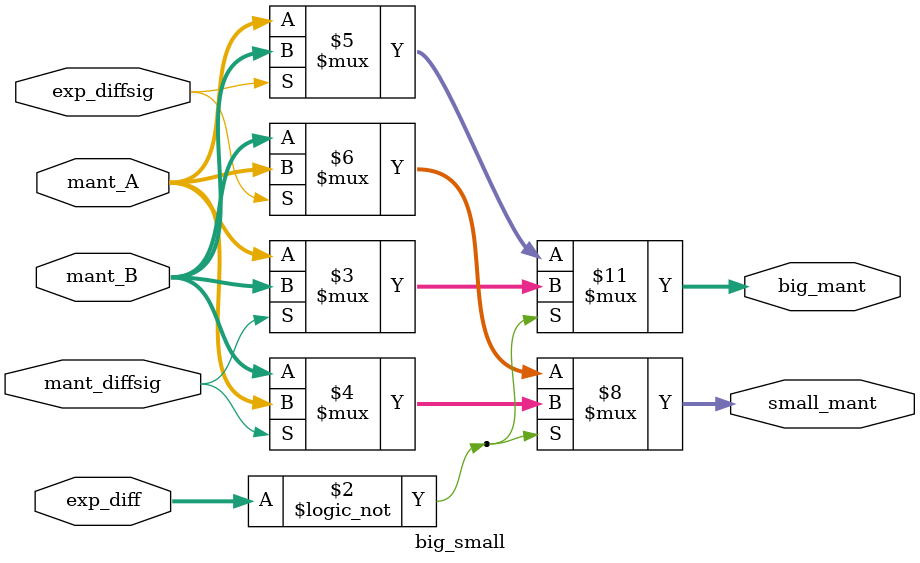
<source format=v>
`timescale 1ns / 1ps


module big_small (


input [3:0] mant_A,
input [3:0] mant_B,
input [3:0] exp_diff,
input exp_diffsig,
input mant_diffsig,
output reg [3:0] big_mant,
output reg [3:0] small_mant
);




always@(*)

//if there exponents are equal
if (exp_diff == 4'b0000)
begin
big_mant <= (mant_diffsig)? mant_B: mant_A;
//assign based on which mantissa value is larger
small_mant <= (mant_diffsig)? mant_A: mant_B;
end


//if the exponents are not equal
else
begin
big_mant <= (exp_diffsig)? mant_B: mant_A;
//big mant is the mantissa of the number with the larger exponent
small_mant <= (exp_diffsig)? mant_A: mant_B;
end
//small mant is the other mantissa



endmodule

</source>
